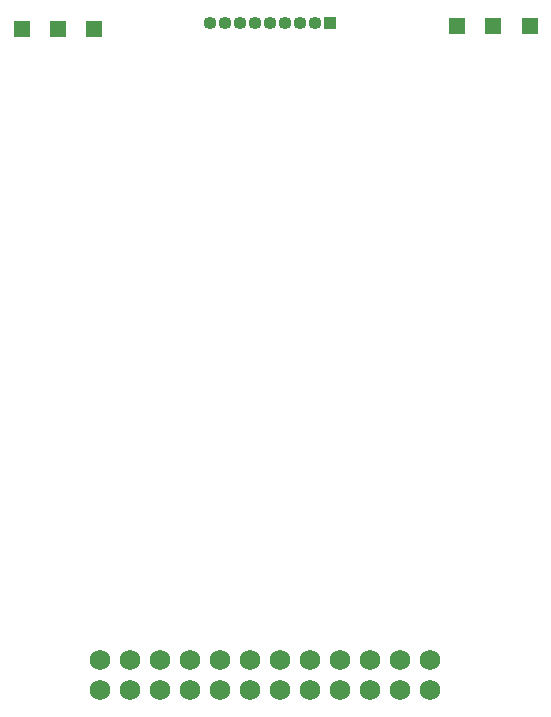
<source format=gbr>
%TF.GenerationSoftware,KiCad,Pcbnew,(5.1.0)-1*%
%TF.CreationDate,2020-12-18T14:46:06+02:00*%
%TF.ProjectId,Template,54656d70-6c61-4746-952e-6b696361645f,rev?*%
%TF.SameCoordinates,Original*%
%TF.FileFunction,Soldermask,Bot*%
%TF.FilePolarity,Negative*%
%FSLAX46Y46*%
G04 Gerber Fmt 4.6, Leading zero omitted, Abs format (unit mm)*
G04 Created by KiCad (PCBNEW (5.1.0)-1) date 2020-12-18 14:46:06*
%MOMM*%
%LPD*%
G04 APERTURE LIST*
%ADD10C,1.740000*%
%ADD11R,1.450000X1.450000*%
%ADD12R,1.100000X1.100000*%
%ADD13O,1.100000X1.100000*%
G04 APERTURE END LIST*
D10*
%TO.C,J1*%
X101028500Y-107760000D03*
X101028500Y-110300000D03*
X103568500Y-107760000D03*
X103568500Y-110300000D03*
X106108500Y-107760000D03*
X106108500Y-110300000D03*
X108648500Y-107760000D03*
X108648500Y-110300000D03*
X111188500Y-107760000D03*
X111188500Y-110300000D03*
X113728500Y-107760000D03*
X113728500Y-110300000D03*
X116268500Y-107760000D03*
X116268500Y-110300000D03*
X118808500Y-107760000D03*
X118808500Y-110300000D03*
X121348500Y-107760000D03*
X121348500Y-110300000D03*
X123888500Y-107760000D03*
X123888500Y-110300000D03*
X126428500Y-107760000D03*
X126428500Y-110300000D03*
X128968500Y-107760000D03*
X128968500Y-110300000D03*
%TD*%
D11*
%TO.C,MISO1*%
X134350000Y-54150000D03*
%TD*%
%TO.C,MOSI1*%
X137425000Y-54150000D03*
%TD*%
%TO.C,LOAD2*%
X100525000Y-54350000D03*
%TD*%
%TO.C,GND1*%
X94425000Y-54350000D03*
%TD*%
%TO.C,CLK1*%
X97475000Y-54350000D03*
%TD*%
%TO.C,LOAD1*%
X131250000Y-54150000D03*
%TD*%
D12*
%TO.C,J2*%
X120500000Y-53875000D03*
D13*
X119230000Y-53875000D03*
X117960000Y-53875000D03*
X116690000Y-53875000D03*
X115420000Y-53875000D03*
X114150000Y-53875000D03*
X112880000Y-53875000D03*
X111610000Y-53875000D03*
X110340000Y-53875000D03*
%TD*%
M02*

</source>
